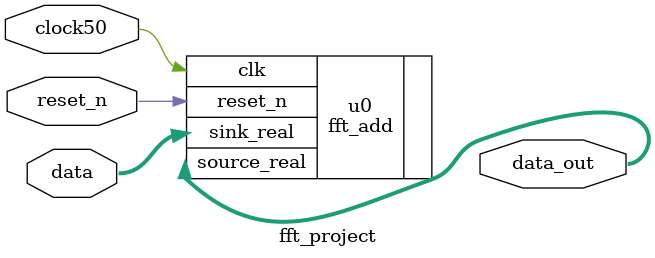
<source format=v>
module fft_project(
	input wire clock50,
	input wire reset_n,
	//uhhhhhhhh
	input wire [11:0] data,
	output wire [11:0] data_out
);

fft_add u0 (
	.clk          (clock50),          //    clk.clk
	.reset_n      (reset_n),      //    rst.reset_n
	// .sink_valid   (<connected-to-sink_valid>),   //   sink.sink_valid
	// .sink_ready   (<connected-to-sink_ready>),   //       .sink_ready
	// .sink_error   (<connected-to-sink_error>),   //       .sink_error
	// .sink_sop     (<connected-to-sink_sop>),     //       .sink_sop
	// .sink_eop     (<connected-to-sink_eop>),     //       .sink_eop
	.sink_real    (data),    //       .sink_real
	// .sink_imag    (<connected-to-sink_imag>),    //       .sink_imag
	// .fftpts_in    (<connected-to-fftpts_in>),    //       .fftpts_in
	// .inverse      (<connected-to-inverse>),      //       .inverse
	// .source_valid (<connected-to-source_valid>), // source.source_valid
	// .source_ready (<connected-to-source_ready>), //       .source_ready
	// .source_error (<connected-to-source_error>), //       .source_error
	// .source_sop   (<connected-to-source_sop>),   //       .source_sop
	// .source_eop   (<connected-to-source_eop>),   //       .source_eop
	.source_real  (data_out)  //       .source_real
	// .source_imag  (<connected-to-source_imag>),  //       .source_imag
	// .fftpts_out   (<connected-to-fftpts_out>)    //       .fftpts_out
);

endmodule
</source>
